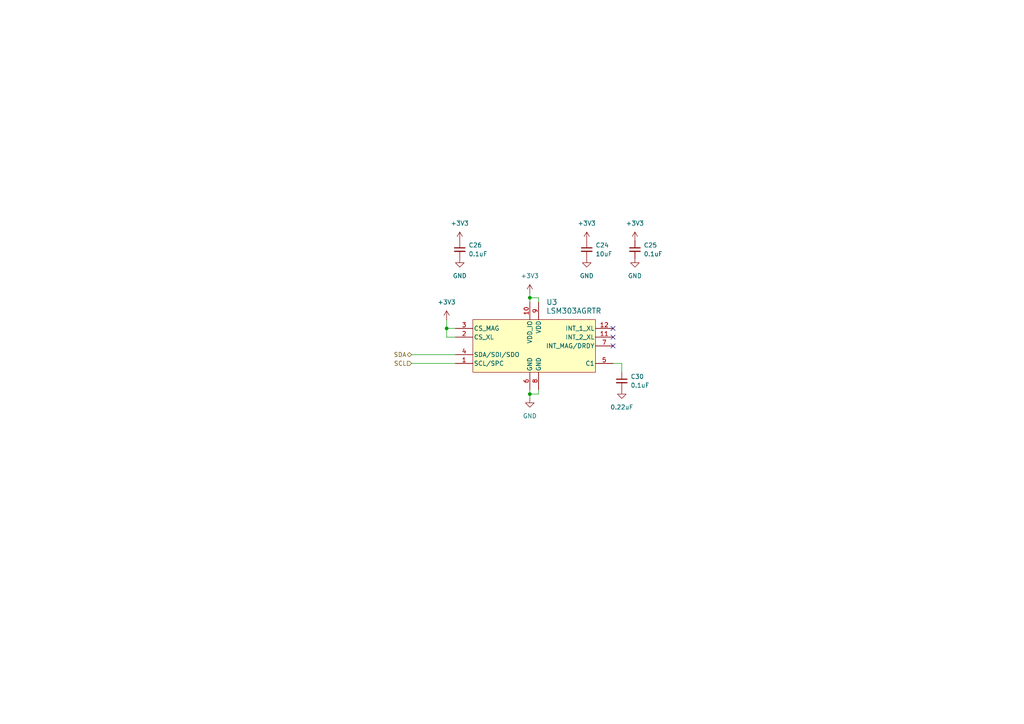
<source format=kicad_sch>
(kicad_sch (version 20231120) (generator "eeschema") (generator_version "8.0")
  (paper "A4")
  (lib_symbols
    (symbol "Device:C_Small" (pin_numbers hide) (pin_names (offset 0.254) hide)
      (property "Reference" "C" (at 0.254 1.778 0))
      (property "Value" "C_Small" (at 0.254 -2.032 0))
      (symbol "C_Small_0_1"
        (polyline (pts (xy -1.524 -0.508) (xy 1.524 -0.508)) (stroke (width 0.3302)))
        (polyline (pts (xy -1.524 0.508) (xy 1.524 0.508)) (stroke (width 0.3048)))
      )
      (symbol "C_Small_1_1"
        (pin passive line (at 0 2.54 270) (length 2.032) (name "~") (number "1"))
        (pin passive line (at 0 -2.54 90) (length 2.032) (name "~") (number "2"))
      )
    )
    (symbol "power:+3V3" (power) (pin_numbers hide) (pin_names (offset 0) hide)
      (property "Value" "+3V3" (at 0 3.556 0))
      (symbol "+3V3_0_1"
        (polyline (pts (xy -0.762 1.27) (xy 0 2.54)))
        (polyline (pts (xy 0 0) (xy 0 2.54)))
        (polyline (pts (xy 0 2.54) (xy 0.762 1.27)))
      )
      (symbol "+3V3_1_1"
        (pin power_in line (at 0 0 90) (length 0) (name "~") (number "1"))
      )
    )
    (symbol "power:GND" (power) (pin_numbers hide) (pin_names (offset 0) hide)
      (property "Value" "GND" (at 0 -3.81 0))
      (symbol "GND_0_1"
        (polyline (pts (xy 0 0) (xy 0 -1.27) (xy 1.27 -1.27) (xy 0 -2.54) (xy -1.27 -1.27) (xy 0 -1.27)))
      )
      (symbol "GND_1_1"
        (pin power_in line (at 0 0 270) (length 0) (name "~") (number "1"))
      )
    )
    (symbol "steezeman:LSM303AGRTR" (pin_names (offset 0.254))
      (property "Reference" "U" (at 30.48 5.08 0))
      (property "Value" "LSM303AGRTR" (at 50.546 13.716 0))
      (symbol "LSM303AGRTR_0_1"
        (pin unspecified line (at 0 -10.16 0) (length 5.08) (name "SCL/SPC") (number "1"))
        (pin power_in line (at 21.59 7.62 270) (length 5.08) (name "VDD_IO") (number "10"))
        (pin unspecified line (at 45.72 -2.54 180) (length 5.08) (name "INT_2_XL") (number "11"))
        (pin unspecified line (at 45.72 0 180) (length 5.08) (name "INT_1_XL") (number "12"))
        (pin unspecified line (at 0 -2.54 0) (length 5.08) (name "CS_XL") (number "2"))
        (pin unspecified line (at 0 0 0) (length 5.08) (name "CS_MAG") (number "3"))
        (pin unspecified line (at 0 -7.62 0) (length 5.08) (name "SDA/SDI/SDO") (number "4"))
        (pin unspecified line (at 45.72 -10.16 180) (length 5.08) (name "C1") (number "5"))
        (pin unspecified line (at 21.59 -17.78 90) (length 5.08) (name "GND") (number "6"))
        (pin bidirectional line (at 45.72 -5.08 180) (length 5.08) (name "INT_MAG/DRDY") (number "7"))
        (pin power_out line (at 24.13 -17.78 90) (length 5.08) (name "GND") (number "8"))
        (pin power_in line (at 24.13 7.62 270) (length 5.08) (name "VDD") (number "9"))
      )
      (symbol "LSM303AGRTR_1_1"
        (rectangle (start 5.08 2.54) (end 40.64 -12.7) (fill (type background)))
      )
    )
  )
  (junction (at 153.67 86.36))
  (junction (at 153.67 114.3))
  (junction (at 129.54 95.25))
  (no_connect (at 177.8 97.79))
  (no_connect (at 177.8 100.33))
  (no_connect (at 177.8 95.25))
  (wire (pts (xy 180.34 107.95) (xy 180.34 105.41)))
  (wire (pts (xy 119.38 105.41) (xy 132.08 105.41)))
  (wire (pts (xy 156.21 114.3) (xy 156.21 113.03)))
  (wire (pts (xy 153.67 113.03) (xy 153.67 114.3)))
  (wire (pts (xy 129.54 95.25) (xy 129.54 97.79)))
  (wire (pts (xy 180.34 105.41) (xy 177.8 105.41)))
  (wire (pts (xy 129.54 92.71) (xy 129.54 95.25)))
  (wire (pts (xy 129.54 95.25) (xy 132.08 95.25)))
  (wire (pts (xy 132.08 97.79) (xy 129.54 97.79)))
  (wire (pts (xy 156.21 86.36) (xy 156.21 87.63)))
  (wire (pts (xy 153.67 86.36) (xy 156.21 86.36)))
  (wire (pts (xy 119.38 102.87) (xy 132.08 102.87)))
  (wire (pts (xy 153.67 86.36) (xy 153.67 87.63)))
  (wire (pts (xy 153.67 85.09) (xy 153.67 86.36)))
  (wire (pts (xy 153.67 114.3) (xy 156.21 114.3)))
  (wire (pts (xy 153.67 114.3) (xy 153.67 115.57)))
  (hierarchical_label "SDA" (shape bidirectional) (at 119.38 102.87 180))
  (hierarchical_label "SCL" (shape input) (at 119.38 105.41 180))
  (symbol (lib_id "power:+3V3") (at 133.35 69.85 0) (unit 1)
    (property "Reference" "#PWR042" (effects (hide yes)))
    (property "Value" "+3V3" (at 133.35 64.77 0))
    (property "Description" "Power symbol creates a global label with name \"+3V3\"" (effects (hide yes)))
  )
  (symbol (lib_id "power:GND") (at 153.67 115.57 0) (unit 1)
    (property "Reference" "#PWR053" (effects (hide yes)))
    (property "Value" "GND" (at 153.67 120.65 0))
    (property "Description" "Power symbol creates a global label with name \"GND\" , ground" (effects (hide yes)))
  )
  (symbol (lib_id "power:GND") (at 184.15 74.93 0) (unit 1)
    (property "Reference" "#PWR056" (effects (hide yes)))
    (property "Value" "GND" (at 184.15 80.01 0))
    (property "Description" "Power symbol creates a global label with name \"GND\" , ground" (effects (hide yes)))
  )
  (symbol (lib_id "power:+3V3") (at 184.15 69.85 0) (unit 1)
    (property "Reference" "#PWR044" (effects (hide yes)))
    (property "Value" "+3V3" (at 184.15 64.77 0))
    (property "Description" "Power symbol creates a global label with name \"+3V3\"" (effects (hide yes)))
  )
  (symbol (lib_id "Device:C_Small") (at 184.15 72.39 0) (unit 1)
    (property "Reference" "C25" (at 186.69 71.1262 0) (effects (justify left)))
    (property "Value" "0.1uF" (at 186.69 73.6662 0) (effects (justify left)))
    (property "Description" "Unpolarized capacitor, small symbol" (effects (hide yes)))
  )
  (symbol (lib_id "power:GND") (at 133.35 74.93 0) (unit 1)
    (property "Reference" "#PWR054" (effects (hide yes)))
    (property "Value" "GND" (at 133.35 80.01 0))
    (property "Description" "Power symbol creates a global label with name \"GND\" , ground" (effects (hide yes)))
  )
  (symbol (lib_id "power:GND") (at 180.34 113.03 0) (unit 1)
    (property "Reference" "#PWR058" (effects (hide yes)))
    (property "Value" "0.22uF" (at 180.34 118.11 0))
    (property "Description" "Power symbol creates a global label with name \"GND\" , ground" (effects (hide yes)))
  )
  (symbol (lib_id "steezeman:LSM303AGRTR") (at 132.08 95.25 0) (unit 1)
    (property "Reference" "U3" (at 158.4041 87.63 0) (effects (font (size 1.524 1.524)) (justify left)))
    (property "Value" "LSM303AGRTR" (at 158.4041 90.17 0) (effects (font (size 1.524 1.524)) (justify left)))
    (property "Datasheet" "https://www.st.com/resource/en/datasheet/lsm303agr.pdf" (effects (hide yes)))
  )
  (symbol (lib_id "power:GND") (at 170.18 74.93 0) (unit 1)
    (property "Reference" "#PWR055" (effects (hide yes)))
    (property "Value" "GND" (at 170.18 80.01 0))
    (property "Description" "Power symbol creates a global label with name \"GND\" , ground" (effects (hide yes)))
  )
  (symbol (lib_id "power:+3V3") (at 170.18 69.85 0) (unit 1)
    (property "Reference" "#PWR043" (effects (hide yes)))
    (property "Value" "+3V3" (at 170.18 64.77 0))
    (property "Description" "Power symbol creates a global label with name \"+3V3\"" (effects (hide yes)))
  )
  (symbol (lib_id "power:+3V3") (at 153.67 85.09 0) (unit 1)
    (property "Reference" "#PWR023" (effects (hide yes)))
    (property "Value" "+3V3" (at 153.67 80.01 0))
    (property "Description" "Power symbol creates a global label with name \"+3V3\"" (effects (hide yes)))
  )
  (symbol (lib_id "Device:C_Small") (at 180.34 110.49 0) (unit 1)
    (property "Reference" "C30" (at 182.88 109.2262 0) (effects (justify left)))
    (property "Value" "0.1uF" (at 182.88 111.7662 0) (effects (justify left)))
    (property "Description" "Unpolarized capacitor, small symbol" (effects (hide yes)))
  )
  (symbol (lib_id "Device:C_Small") (at 170.18 72.39 0) (unit 1)
    (property "Reference" "C24" (at 172.72 71.1262 0) (effects (justify left)))
    (property "Value" "10uF" (at 172.72 73.6662 0) (effects (justify left)))
    (property "Description" "Unpolarized capacitor, small symbol" (effects (hide yes)))
  )
  (symbol (lib_id "Device:C_Small") (at 133.35 72.39 0) (unit 1)
    (property "Reference" "C26" (at 135.89 71.1262 0) (effects (justify left)))
    (property "Value" "0.1uF" (at 135.89 73.6662 0) (effects (justify left)))
    (property "Description" "Unpolarized capacitor, small symbol" (effects (hide yes)))
  )
  (symbol (lib_id "power:+3V3") (at 129.54 92.71 0) (unit 1)
    (property "Reference" "#PWR022" (effects (hide yes)))
    (property "Value" "+3V3" (at 129.54 87.63 0))
    (property "Description" "Power symbol creates a global label with name \"+3V3\"" (effects (hide yes)))
  )
)
</source>
